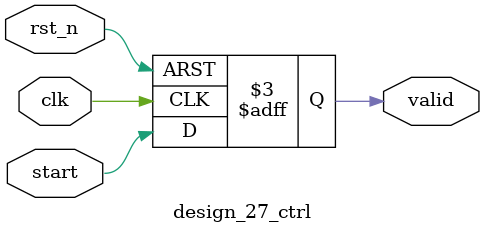
<source format=v>
module design_27_ctrl(
  input  clk,
  input  rst_n,
  input  start,
  output reg valid
);
  reg start_q;
  always @(posedge clk or negedge rst_n) begin
    if (!rst_n) begin
      valid <= 1'b0;
      start_q <= 1'b0;
    end else begin
      start_q <= start;
      valid <= start;
    end
  end
endmodule

</source>
